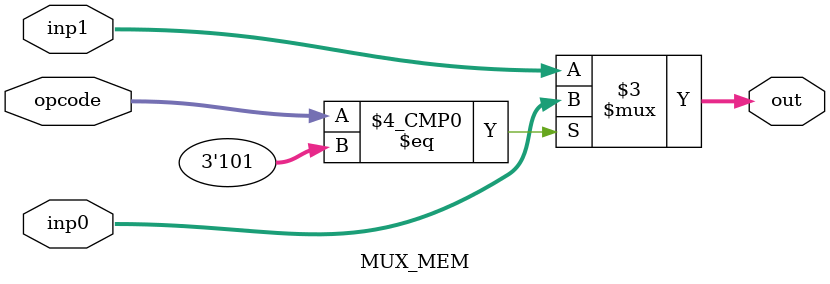
<source format=sv>
module MUX_MEM (inp0, inp1, opcode, out);
	input logic [191:0] inp0, inp1;
	input logic [2:0] opcode;
	
	output logic [191:0] out;
	
	always @(*) begin
		case(opcode)
			3'b101: begin
				out <= inp0;
			end
			default: begin
				out <= inp1;
			end
		endcase
	end
endmodule 
</source>
